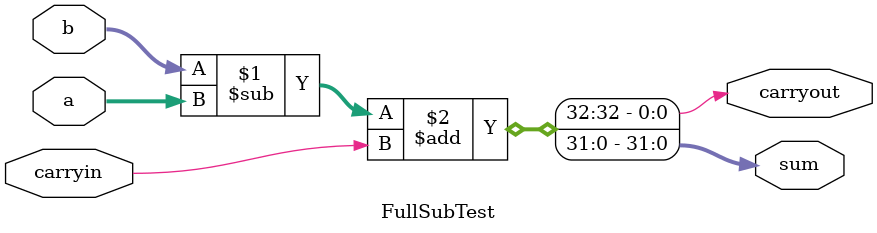
<source format=v>
/*File includes module for a 1 bit stuctural adder and a 32-bit strucutral adder*/

// define gate delays based on # of inputs and inverters
`define XOR2 xor #30
`define AND2 and #30
`define OR2 or #30

`timescale 1 ns / 1 ps

//1-bit adder takes inputs a,b, and carryin
//returns sum and  carryout
module structuralFullAdder
(
    output sum,
    output carryout,
    input a,
    input b,
    input carryin
);
    wire xorab;
    wire xorcab;
    wire andab;
    wire andcxor;

    `XOR2 xorgate0(xorab,a,b);
    `XOR2 xorgate1(sum,xorab,carryin);
    `AND2 andgate0(andcxor,xorab,carryin);
    `AND2 andgate1(andab,a,b);
    `OR2 orgate(carryout,andab,andcxor);

endmodule

//Module for 32-bit mux, takes 32-bit inputs of a,b, 1-bit subtract signal, returns overflow, carryout and 32-bit sum
//NOTE: Our adder will not work if we want to do addition with a carryin- it will thinkthat means subtraction b/c way we programmed this.
module FullAdder32bit
(
  output [31:0] sum,
  output carryout,
  output overflow,
  input [31:0] a,
  input [31:0] b,
  input subtract
  );

  wire [30:0] cout;
  wire [31:0] bin;

  // define b inverted for subtraction
  generate
  genvar j;
  for (j=0; j < 32; j=j+1) begin
    `XOR2 xorgate(bin[j],subtract,b[j]);
  end
  endgenerate

  /*define 32-bit adder composed of 1-bit adders
  * (define first adder by itself because it has unique carryin)
  */
  structuralFullAdder adder0 (sum[0],cout[0],a[0],bin[0],subtract);
  generate
  genvar i;
  for (i=1; i < 31; i=i+1) begin
    structuralFullAdder adder (sum[i],cout[i],a[i],bin[i],cout[i-1]);
  end
  endgenerate
  // define last adder by itself because it has unique carryout
  structuralFullAdder adder31 (sum[31],carryout,a[31],bin[31],cout[30]);

  // calculate overflow
  `XOR2 xorgate1 (overflow,carryout,cout[30]);

  endmodule



  // module FullAdderTest
  // #(parameter width = 32)
  // (
  // output[width-1:0] sum,
  // output carryout,
  // input[width-1:0] a,
  // input[width-1:0] b,
  // input carryin
  //
  // );
  //
  // // wire sum;
  //     always @* begin
  //       if(carryin === 0) begin
  //         assign sum = a+b;   // behaviorial addition with concatenation
  //       end
  //
  //
  //       if(carryin === 1) begin
  //         assign sum = a-b;
  //       end
  //     end
  // endmodule

  module FullAdderTest
  #(parameter width = 32)
  (
  output[width-1:0] sum,
  output carryout,
  input[width-1:0] a,
  input[width-1:0] b,
  input carryin
  );
      assign {carryout, sum}=a+b+carryin;   // behaviorial addition with concatenation

  endmodule
  module FullSubTest
  #(parameter width = 32)
  (
  output[width-1:0] sum,
  output carryout,
  input[width-1:0] a,
  input[width-1:0] b,
  input carryin
  );
      assign {carryout, sum}=b-a+carryin;   // behaviorial addition with concatenation

  endmodule

</source>
